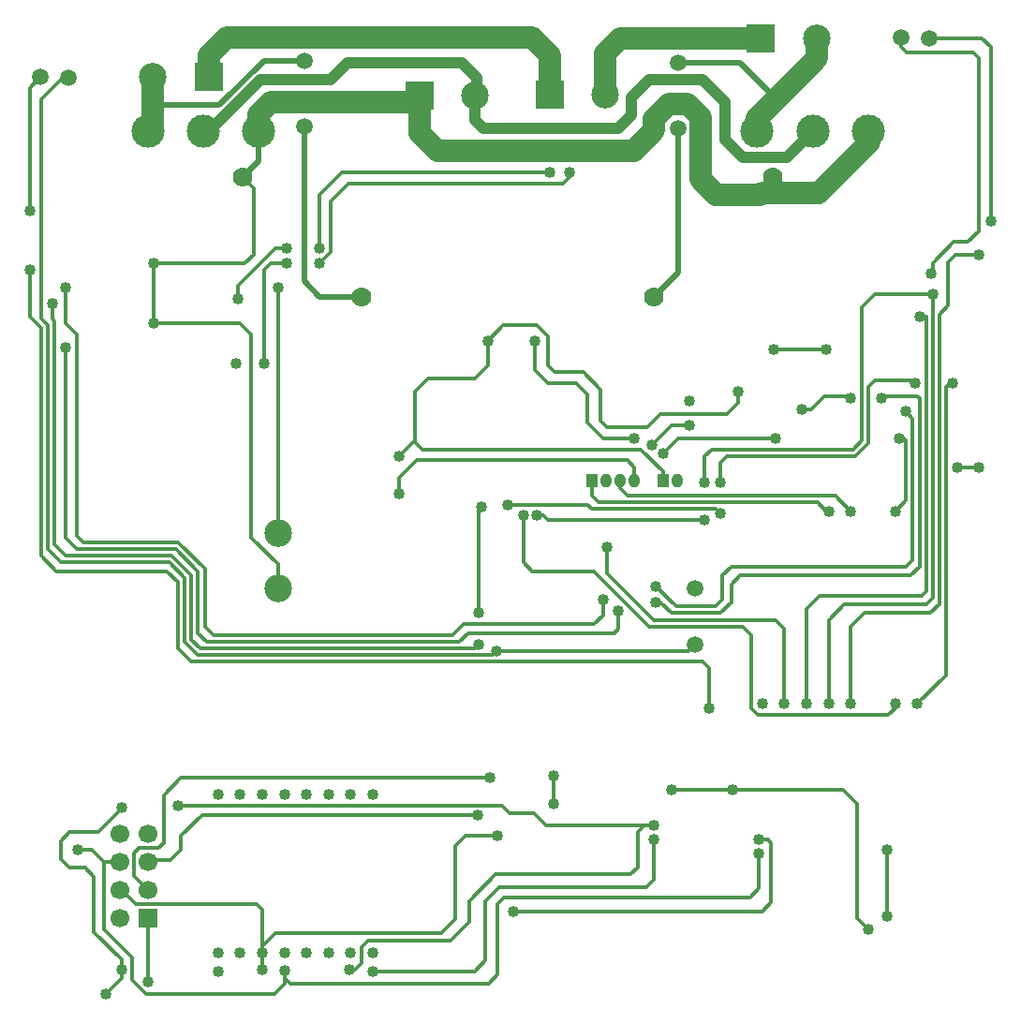
<source format=gbl>
G04 DipTrace 2.4.0.2*
%INBottom.gbl*%
%MOMM*%
%ADD14C,0.33*%
%ADD15C,0.5*%
%ADD16C,2.0*%
%ADD17C,1.0*%
%ADD20R,2.5X2.5*%
%ADD21C,2.5*%
%ADD22C,1.5*%
%ADD23C,3.0*%
%ADD32C,1.778*%
%ADD33C,1.778*%
%ADD35R,1.0X1.3*%
%ADD36O,1.0X1.3*%
%ADD50R,1.7X1.7*%
%ADD51C,1.7*%
%ADD52C,1.016*%
%FSLAX53Y53*%
G04*
G71*
G90*
G75*
G01*
%LNBottom*%
%LPD*%
X54200Y70440D2*
D14*
Y68240D1*
X53000Y67040D1*
X48800D1*
X47600Y65840D1*
Y61440D1*
X47537Y61377D1*
X46200Y60040D1*
X70000Y57840D2*
Y58640D1*
X68000Y60640D1*
X48274D1*
X47537Y61377D1*
X54200Y70440D2*
X55600Y71840D1*
X58600D1*
X59600Y70840D1*
Y68240D1*
X60200Y67640D1*
X62800D1*
X64400Y66040D1*
Y63240D1*
X65000Y62640D1*
X68600D1*
X69800Y63840D1*
X75800D1*
X76800Y64840D1*
Y65840D1*
X16312Y94243D2*
X15785D1*
X13800Y92258D1*
Y72440D1*
X14400Y71840D1*
Y51640D1*
X15600Y50440D1*
X25400D1*
X26800Y49040D1*
Y43240D1*
X28000Y42040D1*
X54600D1*
X55000Y42440D1*
X72300D1*
X72900Y43040D1*
X91560Y97837D2*
Y96993D1*
X92036Y96516D1*
X98069D1*
X98545Y96040D1*
Y80324D1*
X97593Y79371D1*
X96322D1*
X94418Y77466D1*
Y76672D1*
X94259Y76514D1*
X76322Y29837D2*
X86324D1*
X87595Y28567D1*
Y18247D1*
X88547Y17294D1*
X76322Y29837D2*
X70765D1*
X58400Y70440D2*
Y67840D1*
X59600Y66640D1*
X62200D1*
X63200Y65640D1*
Y63040D1*
X64600Y61640D1*
X67400D1*
X84800Y69640D2*
X80000D1*
X53400Y45840D2*
Y55240D1*
X53600Y55440D1*
X14800Y73840D2*
Y72440D1*
X15000Y72240D1*
Y52040D1*
X16000Y51040D1*
X25600D1*
X27400Y49240D1*
Y43440D1*
X28200Y42640D1*
X53000D1*
X53400Y43040D1*
X90294Y24439D2*
Y18406D1*
X21071Y13643D2*
Y12849D1*
X19642Y11420D1*
X21100Y28240D2*
Y28140D1*
X19000Y26040D1*
X16400D1*
X15600Y25240D1*
Y23640D1*
X16400Y22840D1*
X17800D1*
X18600Y22040D1*
Y17040D1*
X21100Y14540D1*
Y13671D1*
X21071Y13643D1*
X56000Y55640D2*
X63200D1*
X63600Y55240D1*
X74800D1*
X75200Y54840D1*
Y57640D2*
Y59440D1*
X75800Y60040D1*
X87400D1*
X88600Y61240D1*
Y66240D1*
X89200Y66840D1*
X92600D1*
X92800Y66640D1*
X96200D2*
X96000D1*
X95600Y66240D1*
Y40240D1*
X93000Y37640D1*
X69000Y61040D2*
X70800Y62840D1*
X72400D1*
X91000Y37640D2*
Y37240D1*
X90400Y36640D1*
X78600D1*
X78000Y37240D1*
Y43840D1*
X77200Y44640D1*
X68800D1*
X63800Y49640D1*
X58200D1*
X57400Y50440D1*
Y54640D1*
X96600Y59040D2*
X98600D1*
X74200Y37240D2*
Y40840D1*
X73600Y41440D1*
X27400D1*
X26200Y42640D1*
Y48640D1*
X25200Y49640D1*
X15200D1*
X13800Y51040D1*
Y71640D1*
X12800Y72640D1*
Y76840D1*
X98545Y78260D2*
X96481D1*
X95800Y77579D1*
Y73640D1*
X95000Y72840D1*
Y46640D1*
X94200Y45840D1*
X88200D1*
X87000Y44640D1*
Y37640D1*
X35200Y48040D2*
Y50240D1*
X32800Y52640D1*
Y71040D1*
X31800Y72040D1*
X24000D1*
Y77440D1*
X32200D1*
X33000Y78240D1*
Y84240D1*
X32024Y85216D1*
X33456Y89373D2*
D15*
Y86649D1*
X32024Y85216D1*
X33456Y89373D2*
D16*
Y90896D1*
X34600Y92040D1*
X48000D1*
Y92640D1*
Y89240D1*
X49600Y87640D1*
X67400D1*
X69200Y89440D1*
Y90508D1*
X70532Y91840D1*
X72200D1*
X73400Y90640D1*
Y85040D1*
X74800Y83640D1*
X78800D1*
X79000Y83840D1*
X84123D1*
X88703Y88420D1*
Y89213D1*
X88543Y89373D1*
X79976Y85216D2*
D14*
X79000Y83840D1*
X35200Y53090D2*
Y75240D1*
X59800Y85640D2*
X41000D1*
X39000Y83640D1*
Y78840D1*
X36000D2*
X35000D1*
X31600Y75440D1*
Y74240D1*
X59810Y92706D2*
D16*
Y96230D1*
X58200Y97840D1*
X30600D1*
X29012Y96253D1*
Y94294D1*
X28456Y89373D2*
D17*
Y88896D1*
X33600Y94040D1*
X40000D1*
X41524Y95564D1*
X51876D1*
X53200Y94240D1*
Y92840D1*
X53000Y92640D1*
Y90440D1*
X53800Y89640D1*
X66000D1*
X67200Y90840D1*
Y92440D1*
X68800Y94040D1*
X73600D1*
X75600Y92040D1*
Y88640D1*
X77200Y87040D1*
X81210D1*
X83543Y89373D1*
X94400Y74640D2*
D14*
Y47240D1*
X93800Y46640D1*
X86400D1*
X85000Y45240D1*
Y37640D1*
X58600Y54640D2*
X59200D1*
X59600Y54240D1*
X73800D1*
Y57640D2*
Y60040D1*
X74400Y60640D1*
X87200D1*
X88000Y61440D1*
Y73440D1*
X89200Y74640D1*
X94400D1*
X93200Y72640D2*
X93800D1*
Y47840D1*
X93400Y47440D1*
X84200D1*
X83000Y46240D1*
Y37640D1*
X12800Y82240D2*
Y93321D1*
X13772Y94294D1*
X94100Y97786D2*
X98862D1*
X99656Y96993D1*
Y81276D1*
X78860Y97786D2*
D16*
X66146D1*
X64810Y96450D1*
Y92706D1*
X61600Y85640D2*
D14*
Y85240D1*
X61000Y84640D1*
X41600D1*
X40000Y83040D1*
Y78440D1*
X39000Y77440D1*
X36000D2*
X34600D1*
X34000Y76840D1*
Y68440D1*
X83940Y97786D2*
D16*
Y95980D1*
X80255Y92295D1*
X78543Y90582D1*
Y89373D1*
X71400Y95580D2*
D15*
X76970D1*
X80255Y92295D1*
X23933Y94294D2*
D16*
Y91733D1*
Y89849D1*
X23456Y89373D1*
X23933Y91733D2*
D15*
X29944D1*
X33934Y95723D1*
X37542D1*
X37600Y95780D1*
Y89840D2*
Y75840D1*
X39000Y74440D1*
X42800D1*
X71400Y89640D2*
Y76640D1*
X69200Y74440D1*
X16000Y75240D2*
D14*
Y72040D1*
X17000Y71040D1*
Y52840D1*
X17600Y52240D1*
X26200D1*
X28600Y49840D1*
Y44640D1*
X29400Y43840D1*
X51000D1*
X52000Y44840D1*
X63800D1*
X64600Y45640D1*
Y47040D1*
X69400Y48240D2*
X71200Y46440D1*
X74800D1*
X75400Y47040D1*
Y49240D1*
X76200Y50040D1*
X92000D1*
X92600Y50640D1*
Y63440D1*
X92000Y64040D1*
X16000Y69840D2*
Y52640D1*
X17000Y51640D1*
X26000D1*
X28000Y49640D1*
Y44040D1*
X28800Y43240D1*
X51600D1*
X52400Y44040D1*
X65600D1*
X66000Y44440D1*
Y46040D1*
X69400Y46840D2*
X69800D1*
X70800Y45840D1*
X75200D1*
X76200Y46840D1*
Y48440D1*
X77000Y49240D1*
X92400D1*
X93200Y50040D1*
Y65240D1*
X93000Y65440D1*
X90000D1*
X89800Y65240D1*
X82600Y64240D2*
X83400D1*
X84600Y65440D1*
X86800D1*
X87000Y65240D1*
X85000Y55040D2*
X84800D1*
X84000Y55840D1*
X64200D1*
X63600Y56440D1*
Y57840D1*
X66140D2*
Y57100D1*
X66800Y56440D1*
X85600D1*
X87000Y55040D1*
X65000Y51840D2*
Y49440D1*
X69200Y45240D1*
X80200D1*
X81000Y44440D1*
Y37640D1*
X91000Y55040D2*
X92000Y56040D1*
Y61440D1*
X91800Y61640D1*
X91400D1*
X80200D2*
X71400D1*
X70000Y60240D1*
X46200Y56640D2*
Y58040D1*
X47800Y59640D1*
X66800D1*
X67400Y59040D1*
Y57850D1*
X67410Y57840D1*
X69178Y26662D2*
X68384D1*
X67749Y26027D1*
Y22851D1*
X67114Y22216D1*
X54889D1*
X52507Y19835D1*
Y17947D1*
X50800Y16240D1*
X43400D1*
X42800Y15640D1*
Y14240D1*
X42200Y13640D1*
X41700D1*
X69178Y26662D2*
X59493D1*
X58381Y27773D1*
X56159D1*
X55492Y28440D1*
X26200D1*
X69178Y25392D2*
Y21740D1*
X68543Y21105D1*
X55206D1*
X53936Y19835D1*
Y14437D1*
X52983Y13484D1*
X43775D1*
X23453Y12531D2*
Y18247D1*
X56476Y18882D2*
X79021D1*
X79815Y19676D1*
Y25074D1*
X79497Y25392D1*
X78704D1*
X35800Y13540D2*
Y12886D1*
X36313Y12373D1*
X54254D1*
X55047Y13166D1*
Y19517D1*
X55682Y20152D1*
X77910D1*
X78704Y20946D1*
Y24121D1*
X35800Y13540D2*
Y12336D1*
X34884Y11420D1*
X23294D1*
X22024Y12690D1*
Y14754D1*
X19484Y17294D1*
Y23328D1*
X20912D1*
X20913Y23327D1*
X17102Y24439D2*
X18372D1*
X19484Y23328D1*
X60128Y28567D2*
Y31107D1*
X53301Y27614D2*
X28375D1*
X26469Y25709D1*
Y24439D1*
X25517Y23486D1*
X23612D1*
X23453Y23327D1*
X55047Y25709D2*
X52190D1*
X51237Y24756D1*
Y18177D1*
X50000Y16940D1*
X35006D1*
X33773Y15707D1*
Y13643D1*
X20913Y20787D2*
X21072D1*
X22341Y19517D1*
X33296D1*
X33773Y19041D1*
Y13643D1*
X54412Y30948D2*
X26469D1*
X24882Y29361D1*
Y25074D1*
X24405Y24598D1*
X22659D1*
X22183Y24121D1*
Y22057D1*
X23453Y20787D1*
D52*
X19642Y11420D3*
X21071Y13643D3*
X70765Y29837D3*
X56476Y18882D3*
X60128Y28567D3*
Y31107D3*
X35800Y13540D3*
X41700Y13640D3*
X43775Y13484D3*
X29803D3*
X99656Y81276D3*
X94259Y76514D3*
X58400Y70440D3*
X67400Y61640D3*
X12800Y82240D3*
X74200Y37240D3*
X12800Y76840D3*
X16000Y75240D3*
Y69840D3*
X79000Y37640D3*
X81000D3*
X83000D3*
X85000D3*
X87000D3*
X91000D3*
X93000D3*
X46200Y60040D3*
X54200Y70440D3*
X35200Y75240D3*
X24000Y72040D3*
Y77440D3*
X85000Y55040D3*
X87000D3*
X96600Y59040D3*
X98600D3*
X91000Y55040D3*
X98545Y78260D3*
X93200Y72640D3*
X94400Y74640D3*
X91400Y61640D3*
X80200D3*
X70000Y60240D3*
X65000Y51840D3*
X82600Y64240D3*
X87000Y65240D3*
X69400Y46840D3*
X66000Y46040D3*
X64600Y47040D3*
X84800Y69640D3*
X80000D3*
X76800Y65840D3*
X58600Y54640D3*
X73800Y57640D3*
Y54240D3*
X57400Y54640D3*
X56000Y55640D3*
X46200Y56640D3*
X69000Y61040D3*
X72400Y65040D3*
Y62840D3*
X69400Y48240D3*
X92000Y64040D3*
X89800Y65240D3*
X75200Y54840D3*
Y57640D3*
X92800Y66640D3*
X96200D3*
X55000Y42440D3*
X59800Y85640D3*
X61600D3*
X36000Y78840D3*
Y77440D3*
X39000Y78840D3*
Y77440D3*
X31600Y74240D3*
X31400Y68440D3*
X34000D3*
X53600Y55440D3*
X14800Y73840D3*
X53400Y43040D3*
Y45840D3*
X90294Y24439D3*
Y18406D3*
X88547Y17294D3*
X76322Y29837D3*
X78704Y25392D3*
Y24121D3*
X69178Y26662D3*
Y25392D3*
X55047Y25709D3*
X33773Y13643D3*
X53301Y27614D3*
X54412Y30948D3*
X26200Y28440D3*
X17102Y24439D3*
X23453Y12531D3*
X33800Y29440D3*
X35800D3*
X29800D3*
X31800D3*
X41800D3*
X43800D3*
X37800D3*
X39800D3*
X33800Y15140D3*
X35800D3*
X29800D3*
X31800D3*
X41800D3*
X43800D3*
X37800D3*
X39800D3*
X21100Y28240D3*
D20*
X29012Y94294D3*
D21*
X23932D3*
D22*
X16312Y94243D3*
X13772Y94294D3*
D20*
X78860Y97786D3*
D21*
X83940D3*
D22*
X91560Y97837D3*
X94100Y97786D3*
D21*
X35200Y48040D3*
Y53090D3*
D22*
X72900Y43040D3*
Y48040D3*
D23*
X23456Y89373D3*
X28456D3*
X33456D3*
X78543D3*
X83543D3*
X88543D3*
D20*
X48000Y92640D3*
D21*
X53000D3*
D20*
X59810Y92706D3*
D21*
X64810D3*
D22*
X37600Y89840D3*
Y95780D3*
X71400Y89640D3*
Y95580D3*
D32*
X42800Y74440D3*
D33*
X32024Y85216D3*
D32*
X69200Y74440D3*
D33*
X79976Y85216D3*
D35*
X63600Y57840D3*
D36*
X64870D3*
X66140D3*
X67410D3*
D35*
X70000D3*
D36*
X71270D3*
D50*
X23453Y18247D3*
D51*
X20913D3*
X23453Y20787D3*
X20913D3*
X23453Y23327D3*
X20913D3*
X23453Y25867D3*
X20913D3*
M02*

</source>
